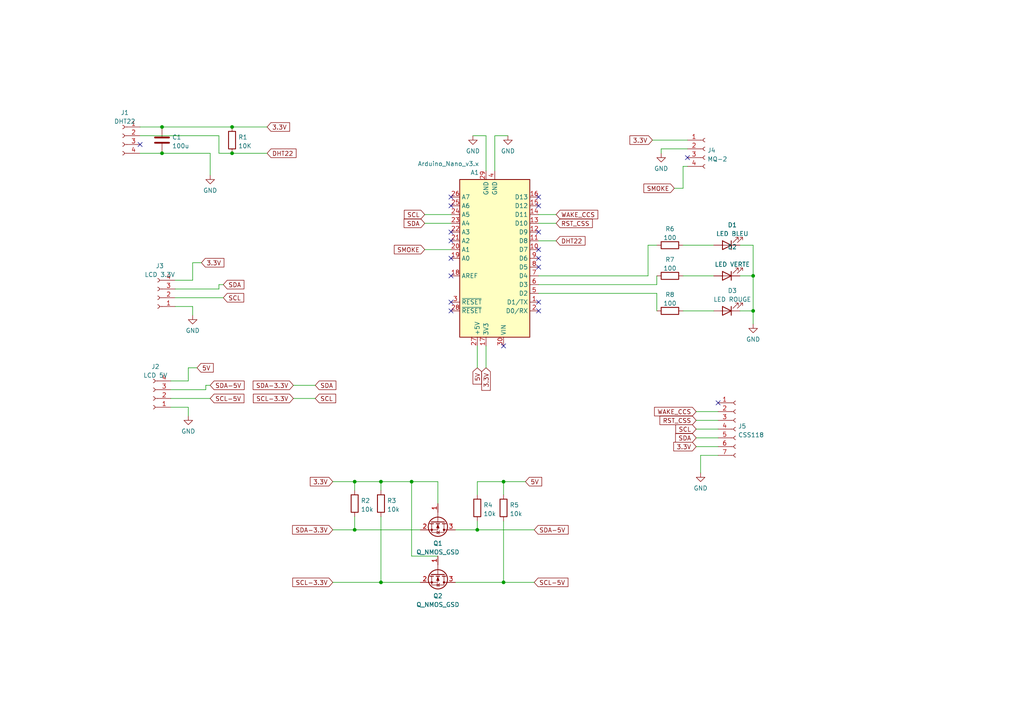
<source format=kicad_sch>
(kicad_sch (version 20211123) (generator eeschema)
  (paper "A4")
  (lib_symbols
    (symbol "Connector:Conn_01x04_Female" (pin_names (offset 1.016) hide)
      (property "Reference" "J" (at 0 5.08 0))
      (property "Value" "Conn_01x04_Female" (at 0 -7.62 0))
      (symbol "Conn_01x04_Female_1_1"
        (arc (start 0 -4.572) (mid -0.508 -5.08) (end 0 -5.588) (stroke (width 0.1524)))
        (arc (start 0 -2.032) (mid -0.508 -2.54) (end 0 -3.048) (stroke (width 0.1524)))
        (polyline (pts (xy -1.27 -5.08) (xy -0.508 -5.08)) (stroke (width 0.1524)))
        (polyline (pts (xy -1.27 -2.54) (xy -0.508 -2.54)) (stroke (width 0.1524)))
        (polyline (pts (xy -1.27 0) (xy -0.508 0)) (stroke (width 0.1524)))
        (polyline (pts (xy -1.27 2.54) (xy -0.508 2.54)) (stroke (width 0.1524)))
        (arc (start 0 0.508) (mid -0.508 0) (end 0 -0.508) (stroke (width 0.1524)))
        (arc (start 0 3.048) (mid -0.508 2.54) (end 0 2.032) (stroke (width 0.1524)))
        (pin passive line (at -5.08 2.54 0) (length 3.81) (name "Pin_1") (number "1"))
        (pin passive line (at -5.08 0 0) (length 3.81) (name "Pin_2") (number "2"))
        (pin passive line (at -5.08 -2.54 0) (length 3.81) (name "Pin_3") (number "3"))
        (pin passive line (at -5.08 -5.08 0) (length 3.81) (name "Pin_4") (number "4"))
      )
    )
    (symbol "Connector:Conn_01x07_Female" (pin_names (offset 1.016) hide)
      (property "Reference" "J" (at 0 10.16 0))
      (property "Value" "Conn_01x07_Female" (at 0 -10.16 0))
      (symbol "Conn_01x07_Female_1_1"
        (arc (start 0 -7.112) (mid -0.508 -7.62) (end 0 -8.128) (stroke (width 0.1524)))
        (arc (start 0 -4.572) (mid -0.508 -5.08) (end 0 -5.588) (stroke (width 0.1524)))
        (arc (start 0 -2.032) (mid -0.508 -2.54) (end 0 -3.048) (stroke (width 0.1524)))
        (polyline (pts (xy -1.27 -7.62) (xy -0.508 -7.62)) (stroke (width 0.1524)))
        (polyline (pts (xy -1.27 -5.08) (xy -0.508 -5.08)) (stroke (width 0.1524)))
        (polyline (pts (xy -1.27 -2.54) (xy -0.508 -2.54)) (stroke (width 0.1524)))
        (polyline (pts (xy -1.27 0) (xy -0.508 0)) (stroke (width 0.1524)))
        (polyline (pts (xy -1.27 2.54) (xy -0.508 2.54)) (stroke (width 0.1524)))
        (polyline (pts (xy -1.27 5.08) (xy -0.508 5.08)) (stroke (width 0.1524)))
        (polyline (pts (xy -1.27 7.62) (xy -0.508 7.62)) (stroke (width 0.1524)))
        (arc (start 0 0.508) (mid -0.508 0) (end 0 -0.508) (stroke (width 0.1524)))
        (arc (start 0 3.048) (mid -0.508 2.54) (end 0 2.032) (stroke (width 0.1524)))
        (arc (start 0 5.588) (mid -0.508 5.08) (end 0 4.572) (stroke (width 0.1524)))
        (arc (start 0 8.128) (mid -0.508 7.62) (end 0 7.112) (stroke (width 0.1524)))
        (pin passive line (at -5.08 7.62 0) (length 3.81) (name "Pin_1") (number "1"))
        (pin passive line (at -5.08 5.08 0) (length 3.81) (name "Pin_2") (number "2"))
        (pin passive line (at -5.08 2.54 0) (length 3.81) (name "Pin_3") (number "3"))
        (pin passive line (at -5.08 0 0) (length 3.81) (name "Pin_4") (number "4"))
        (pin passive line (at -5.08 -2.54 0) (length 3.81) (name "Pin_5") (number "5"))
        (pin passive line (at -5.08 -5.08 0) (length 3.81) (name "Pin_6") (number "6"))
        (pin passive line (at -5.08 -7.62 0) (length 3.81) (name "Pin_7") (number "7"))
      )
    )
    (symbol "Device:C" (pin_numbers hide) (pin_names (offset 0.254))
      (property "Reference" "C" (at 0.635 2.54 0))
      (property "Value" "C" (at 0.635 -2.54 0))
      (symbol "C_0_1"
        (polyline (pts (xy -2.032 -0.762) (xy 2.032 -0.762)) (stroke (width 0.508)))
        (polyline (pts (xy -2.032 0.762) (xy 2.032 0.762)) (stroke (width 0.508)))
      )
      (symbol "C_1_1"
        (pin passive line (at 0 3.81 270) (length 2.794) (name "~") (number "1"))
        (pin passive line (at 0 -3.81 90) (length 2.794) (name "~") (number "2"))
      )
    )
    (symbol "Device:LED" (pin_numbers hide) (pin_names (offset 1.016) hide)
      (property "Reference" "D" (at 0 2.54 0))
      (property "Value" "LED" (at 0 -2.54 0))
      (symbol "LED_0_1"
        (polyline (pts (xy -1.27 -1.27) (xy -1.27 1.27)) (stroke (width 0.254)))
        (polyline (pts (xy -1.27 0) (xy 1.27 0)))
        (polyline (pts (xy 1.27 -1.27) (xy 1.27 1.27) (xy -1.27 0) (xy 1.27 -1.27)) (stroke (width 0.254)))
        (polyline (pts (xy -3.048 -0.762) (xy -4.572 -2.286) (xy -3.81 -2.286) (xy -4.572 -2.286) (xy -4.572 -1.524)))
        (polyline (pts (xy -1.778 -0.762) (xy -3.302 -2.286) (xy -2.54 -2.286) (xy -3.302 -2.286) (xy -3.302 -1.524)))
      )
      (symbol "LED_1_1"
        (pin passive line (at -3.81 0 0) (length 2.54) (name "K") (number "1"))
        (pin passive line (at 3.81 0 180) (length 2.54) (name "A") (number "2"))
      )
    )
    (symbol "Device:Q_NMOS_GSD" (pin_names (offset 0) hide)
      (property "Reference" "Q" (at 5.08 1.27 0))
      (property "Value" "Q_NMOS_GSD" (at 5.08 -1.27 0))
      (symbol "Q_NMOS_GSD_0_1"
        (polyline (pts (xy 0.254 0) (xy -2.54 0)))
        (polyline (pts (xy 0.254 1.905) (xy 0.254 -1.905)) (stroke (width 0.254)))
        (polyline (pts (xy 0.762 -1.27) (xy 0.762 -2.286)) (stroke (width 0.254)))
        (polyline (pts (xy 0.762 0.508) (xy 0.762 -0.508)) (stroke (width 0.254)))
        (polyline (pts (xy 0.762 2.286) (xy 0.762 1.27)) (stroke (width 0.254)))
        (polyline (pts (xy 2.54 2.54) (xy 2.54 1.778)))
        (polyline (pts (xy 2.54 -2.54) (xy 2.54 0) (xy 0.762 0)))
        (polyline (pts (xy 0.762 -1.778) (xy 3.302 -1.778) (xy 3.302 1.778) (xy 0.762 1.778)))
        (polyline (pts (xy 1.016 0) (xy 2.032 0.381) (xy 2.032 -0.381) (xy 1.016 0)) (fill (type outline)))
        (polyline (pts (xy 2.794 0.508) (xy 2.921 0.381) (xy 3.683 0.381) (xy 3.81 0.254)))
        (polyline (pts (xy 3.302 0.381) (xy 2.921 -0.254) (xy 3.683 -0.254) (xy 3.302 0.381)))
        (circle (center 1.651 0) (radius 2.794) (stroke (width 0.254)))
        (circle (center 2.54 -1.778) (radius 0.254) (fill (type outline)))
        (circle (center 2.54 1.778) (radius 0.254) (fill (type outline)))
      )
      (symbol "Q_NMOS_GSD_1_1"
        (pin input line (at -5.08 0 0) (length 2.54) (name "G") (number "1"))
        (pin passive line (at 2.54 -5.08 90) (length 2.54) (name "S") (number "2"))
        (pin passive line (at 2.54 5.08 270) (length 2.54) (name "D") (number "3"))
      )
    )
    (symbol "Device:R" (pin_numbers hide) (pin_names (offset 0))
      (property "Reference" "R" (at 2.032 0 90))
      (property "Value" "R" (at 0 0 90))
      (symbol "R_0_1"
        (rectangle (start -1.016 -2.54) (end 1.016 2.54) (stroke (width 0.254)))
      )
      (symbol "R_1_1"
        (pin passive line (at 0 3.81 270) (length 1.27) (name "~") (number "1"))
        (pin passive line (at 0 -3.81 90) (length 1.27) (name "~") (number "2"))
      )
    )
    (symbol "MCU_Module:Arduino_Nano_v3.x"
      (property "Reference" "A" (at -10.16 23.495 0))
      (property "Value" "Arduino_Nano_v3.x" (at 5.08 -24.13 0))
      (symbol "Arduino_Nano_v3.x_0_1"
        (rectangle (start -10.16 22.86) (end 10.16 -22.86) (stroke (width 0.254)) (fill (type background)))
      )
      (symbol "Arduino_Nano_v3.x_1_1"
        (pin bidirectional line (at -12.7 12.7 0) (length 2.54) (name "D1/TX") (number "1"))
        (pin bidirectional line (at -12.7 -2.54 0) (length 2.54) (name "D7") (number "10"))
        (pin bidirectional line (at -12.7 -5.08 0) (length 2.54) (name "D8") (number "11"))
        (pin bidirectional line (at -12.7 -7.62 0) (length 2.54) (name "D9") (number "12"))
        (pin bidirectional line (at -12.7 -10.16 0) (length 2.54) (name "D10") (number "13"))
        (pin bidirectional line (at -12.7 -12.7 0) (length 2.54) (name "D11") (number "14"))
        (pin bidirectional line (at -12.7 -15.24 0) (length 2.54) (name "D12") (number "15"))
        (pin bidirectional line (at -12.7 -17.78 0) (length 2.54) (name "D13") (number "16"))
        (pin power_out line (at 2.54 25.4 270) (length 2.54) (name "3V3") (number "17"))
        (pin input line (at 12.7 5.08 180) (length 2.54) (name "AREF") (number "18"))
        (pin bidirectional line (at 12.7 0 180) (length 2.54) (name "A0") (number "19"))
        (pin bidirectional line (at -12.7 15.24 0) (length 2.54) (name "D0/RX") (number "2"))
        (pin bidirectional line (at 12.7 -2.54 180) (length 2.54) (name "A1") (number "20"))
        (pin bidirectional line (at 12.7 -5.08 180) (length 2.54) (name "A2") (number "21"))
        (pin bidirectional line (at 12.7 -7.62 180) (length 2.54) (name "A3") (number "22"))
        (pin bidirectional line (at 12.7 -10.16 180) (length 2.54) (name "A4") (number "23"))
        (pin bidirectional line (at 12.7 -12.7 180) (length 2.54) (name "A5") (number "24"))
        (pin bidirectional line (at 12.7 -15.24 180) (length 2.54) (name "A6") (number "25"))
        (pin bidirectional line (at 12.7 -17.78 180) (length 2.54) (name "A7") (number "26"))
        (pin power_out line (at 5.08 25.4 270) (length 2.54) (name "+5V") (number "27"))
        (pin input line (at 12.7 15.24 180) (length 2.54) (name "~{RESET}") (number "28"))
        (pin power_in line (at 2.54 -25.4 90) (length 2.54) (name "GND") (number "29"))
        (pin input line (at 12.7 12.7 180) (length 2.54) (name "~{RESET}") (number "3"))
        (pin power_in line (at -2.54 25.4 270) (length 2.54) (name "VIN") (number "30"))
        (pin power_in line (at 0 -25.4 90) (length 2.54) (name "GND") (number "4"))
        (pin bidirectional line (at -12.7 10.16 0) (length 2.54) (name "D2") (number "5"))
        (pin bidirectional line (at -12.7 7.62 0) (length 2.54) (name "D3") (number "6"))
        (pin bidirectional line (at -12.7 5.08 0) (length 2.54) (name "D4") (number "7"))
        (pin bidirectional line (at -12.7 2.54 0) (length 2.54) (name "D5") (number "8"))
        (pin bidirectional line (at -12.7 0 0) (length 2.54) (name "D6") (number "9"))
      )
    )
    (symbol "power:GND" (power) (pin_names (offset 0))
      (property "Value" "GND" (at 0 -3.81 0))
      (symbol "GND_0_1"
        (polyline (pts (xy 0 0) (xy 0 -1.27) (xy 1.27 -1.27) (xy 0 -2.54) (xy -1.27 -1.27) (xy 0 -1.27)))
      )
      (symbol "GND_1_1"
        (pin power_in line (at 0 0 270) (length 0) hide (name "GND") (number "1"))
      )
    )
  )
  (junction (at 110.49 168.91))
  (junction (at 110.49 139.7))
  (junction (at 102.87 153.67))
  (junction (at 102.87 139.7))
  (junction (at 46.99 36.83))
  (junction (at 46.99 44.45))
  (junction (at 218.44 90.17))
  (junction (at 67.31 44.45))
  (junction (at 67.31 36.83))
  (junction (at 146.05 139.7))
  (junction (at 146.05 168.91))
  (junction (at 119.38 139.7))
  (junction (at 138.43 153.67))
  (junction (at 218.44 80.01))
  (no_connect (at 40.64 41.91))
  (no_connect (at 199.39 45.72))
  (no_connect (at 208.28 116.84))
  (no_connect (at 130.81 87.63))
  (no_connect (at 130.81 80.01))
  (no_connect (at 130.81 90.17))
  (no_connect (at 156.21 90.17))
  (no_connect (at 156.21 87.63))
  (no_connect (at 130.81 59.69))
  (no_connect (at 130.81 57.15))
  (no_connect (at 130.81 67.31))
  (no_connect (at 130.81 69.85))
  (no_connect (at 130.81 74.93))
  (no_connect (at 156.21 72.39))
  (no_connect (at 156.21 77.47))
  (no_connect (at 156.21 74.93))
  (no_connect (at 156.21 57.15))
  (no_connect (at 156.21 59.69))
  (no_connect (at 156.21 67.31))
  (no_connect (at 146.05 100.33))
  (wire (pts (xy 67.31 44.45) (xy 77.47 44.45)))
  (wire (pts (xy 46.99 36.83) (xy 67.31 36.83)))
  (wire (pts (xy 132.08 168.91) (xy 146.05 168.91)))
  (wire (pts (xy 214.63 90.17) (xy 218.44 90.17)))
  (wire (pts (xy 123.19 62.23) (xy 130.81 62.23)))
  (wire (pts (xy 190.5 82.55) (xy 190.5 80.01)))
  (wire (pts (xy 146.05 151.13) (xy 146.05 168.91)))
  (wire (pts (xy 63.5 82.55) (xy 63.5 83.82)))
  (wire (pts (xy 85.09 115.57) (xy 91.44 115.57)))
  (wire (pts (xy 96.52 153.67) (xy 102.87 153.67)))
  (wire (pts (xy 102.87 153.67) (xy 121.92 153.67)))
  (wire (pts (xy 63.5 83.82) (xy 50.8 83.82)))
  (wire (pts (xy 49.53 110.49) (xy 54.61 110.49)))
  (wire (pts (xy 59.69 113.03) (xy 59.69 111.76)))
  (wire (pts (xy 40.64 44.45) (xy 46.99 44.45)))
  (wire (pts (xy 127 161.29) (xy 119.38 161.29)))
  (wire (pts (xy 138.43 143.51) (xy 138.43 139.7)))
  (wire (pts (xy 63.5 39.37) (xy 63.5 44.45)))
  (wire (pts (xy 119.38 161.29) (xy 119.38 139.7)))
  (wire (pts (xy 123.19 72.39) (xy 130.81 72.39)))
  (wire (pts (xy 146.05 139.7) (xy 152.4 139.7)))
  (wire (pts (xy 59.69 111.76) (xy 60.96 111.76)))
  (wire (pts (xy 201.93 129.54) (xy 208.28 129.54)))
  (wire (pts (xy 198.12 54.61) (xy 195.58 54.61)))
  (wire (pts (xy 85.09 111.76) (xy 91.44 111.76)))
  (wire (pts (xy 198.12 90.17) (xy 207.01 90.17)))
  (wire (pts (xy 156.21 82.55) (xy 190.5 82.55)))
  (wire (pts (xy 102.87 139.7) (xy 102.87 142.24)))
  (wire (pts (xy 123.19 64.77) (xy 130.81 64.77)))
  (wire (pts (xy 127 139.7) (xy 119.38 139.7)))
  (wire (pts (xy 143.51 49.53) (xy 143.51 39.37)))
  (wire (pts (xy 191.77 43.18) (xy 191.77 44.45)))
  (wire (pts (xy 54.61 120.65) (xy 54.61 118.11)))
  (wire (pts (xy 50.8 86.36) (xy 64.77 86.36)))
  (wire (pts (xy 161.29 69.85) (xy 156.21 69.85)))
  (wire (pts (xy 187.96 80.01) (xy 187.96 71.12)))
  (wire (pts (xy 189.23 40.64) (xy 199.39 40.64)))
  (wire (pts (xy 50.8 81.28) (xy 55.88 81.28)))
  (wire (pts (xy 138.43 106.68) (xy 138.43 100.33)))
  (wire (pts (xy 201.93 127) (xy 208.28 127)))
  (wire (pts (xy 208.28 132.08) (xy 203.2 132.08)))
  (wire (pts (xy 127 146.05) (xy 127 139.7)))
  (wire (pts (xy 54.61 110.49) (xy 54.61 106.68)))
  (wire (pts (xy 156.21 62.23) (xy 161.29 62.23)))
  (wire (pts (xy 64.77 82.55) (xy 63.5 82.55)))
  (wire (pts (xy 214.63 80.01) (xy 218.44 80.01)))
  (wire (pts (xy 110.49 168.91) (xy 121.92 168.91)))
  (wire (pts (xy 102.87 149.86) (xy 102.87 153.67)))
  (wire (pts (xy 218.44 80.01) (xy 218.44 90.17)))
  (wire (pts (xy 54.61 118.11) (xy 49.53 118.11)))
  (wire (pts (xy 201.93 119.38) (xy 208.28 119.38)))
  (wire (pts (xy 138.43 151.13) (xy 138.43 153.67)))
  (wire (pts (xy 55.88 88.9) (xy 55.88 91.44)))
  (wire (pts (xy 119.38 139.7) (xy 110.49 139.7)))
  (wire (pts (xy 63.5 44.45) (xy 67.31 44.45)))
  (wire (pts (xy 49.53 115.57) (xy 60.96 115.57)))
  (wire (pts (xy 40.64 39.37) (xy 63.5 39.37)))
  (wire (pts (xy 156.21 80.01) (xy 187.96 80.01)))
  (wire (pts (xy 156.21 85.09) (xy 190.5 85.09)))
  (wire (pts (xy 156.21 64.77) (xy 161.29 64.77)))
  (wire (pts (xy 50.8 88.9) (xy 55.88 88.9)))
  (wire (pts (xy 218.44 90.17) (xy 218.44 93.98)))
  (wire (pts (xy 191.77 43.18) (xy 199.39 43.18)))
  (wire (pts (xy 198.12 80.01) (xy 207.01 80.01)))
  (wire (pts (xy 190.5 85.09) (xy 190.5 90.17)))
  (wire (pts (xy 203.2 132.08) (xy 203.2 137.16)))
  (wire (pts (xy 214.63 71.12) (xy 218.44 71.12)))
  (wire (pts (xy 55.88 76.2) (xy 55.88 81.28)))
  (wire (pts (xy 132.08 153.67) (xy 138.43 153.67)))
  (wire (pts (xy 54.61 106.68) (xy 57.15 106.68)))
  (wire (pts (xy 67.31 36.83) (xy 77.47 36.83)))
  (wire (pts (xy 140.97 49.53) (xy 140.97 39.37)))
  (wire (pts (xy 58.42 76.2) (xy 55.88 76.2)))
  (wire (pts (xy 198.12 48.26) (xy 198.12 54.61)))
  (wire (pts (xy 96.52 168.91) (xy 110.49 168.91)))
  (wire (pts (xy 138.43 139.7) (xy 146.05 139.7)))
  (wire (pts (xy 143.51 39.37) (xy 147.32 39.37)))
  (wire (pts (xy 140.97 106.68) (xy 140.97 100.33)))
  (wire (pts (xy 49.53 113.03) (xy 59.69 113.03)))
  (wire (pts (xy 110.49 139.7) (xy 110.49 142.24)))
  (wire (pts (xy 199.39 48.26) (xy 198.12 48.26)))
  (wire (pts (xy 102.87 139.7) (xy 96.52 139.7)))
  (wire (pts (xy 40.64 36.83) (xy 46.99 36.83)))
  (wire (pts (xy 110.49 139.7) (xy 102.87 139.7)))
  (wire (pts (xy 201.93 121.92) (xy 208.28 121.92)))
  (wire (pts (xy 110.49 149.86) (xy 110.49 168.91)))
  (wire (pts (xy 146.05 168.91) (xy 154.94 168.91)))
  (wire (pts (xy 146.05 143.51) (xy 146.05 139.7)))
  (wire (pts (xy 218.44 71.12) (xy 218.44 80.01)))
  (wire (pts (xy 138.43 153.67) (xy 154.94 153.67)))
  (wire (pts (xy 187.96 71.12) (xy 190.5 71.12)))
  (wire (pts (xy 201.93 124.46) (xy 208.28 124.46)))
  (wire (pts (xy 46.99 44.45) (xy 60.96 44.45)))
  (wire (pts (xy 198.12 71.12) (xy 207.01 71.12)))
  (wire (pts (xy 140.97 39.37) (xy 137.16 39.37)))
  (wire (pts (xy 60.96 44.45) (xy 60.96 50.8)))
  (global_label "SCL" (shape input) (at 91.44 115.57 0) (property "Intersheet References" "${INTERSHEET_REFS}" (effects hide)))
  (global_label "3.3V" (shape input) (at 77.47 36.83 0) (property "Intersheet References" "${INTERSHEET_REFS}" (effects hide)))
  (global_label "SDA-3.3V" (shape input) (at 85.09 111.76 180) (property "Intersheet References" "${INTERSHEET_REFS}" (effects hide)))
  (global_label "SCL" (shape input) (at 64.77 86.36 0) (property "Intersheet References" "${INTERSHEET_REFS}" (effects hide)))
  (global_label "5V" (shape input) (at 138.43 106.68 270) (property "Intersheet References" "${INTERSHEET_REFS}" (effects hide)))
  (global_label "SCL" (shape input) (at 201.93 124.46 180) (property "Intersheet References" "${INTERSHEET_REFS}" (effects hide)))
  (global_label "SDA" (shape input) (at 91.44 111.76 0) (property "Intersheet References" "${INTERSHEET_REFS}" (effects hide)))
  (global_label "3.3V" (shape input) (at 201.93 129.54 180) (property "Intersheet References" "${INTERSHEET_REFS}" (effects hide)))
  (global_label "SMOKE" (shape input) (at 123.19 72.39 180) (property "Intersheet References" "${INTERSHEET_REFS}" (effects hide)))
  (global_label "SDA-5V" (shape input) (at 60.96 111.76 0) (property "Intersheet References" "${INTERSHEET_REFS}" (effects hide)))
  (global_label "WAKE_CCS" (shape input) (at 161.29 62.23 0) (property "Intersheet References" "${INTERSHEET_REFS}" (effects hide)))
  (global_label "5V" (shape input) (at 57.15 106.68 0) (property "Intersheet References" "${INTERSHEET_REFS}" (effects hide)))
  (global_label "3.3V" (shape input) (at 96.52 139.7 180) (property "Intersheet References" "${INTERSHEET_REFS}" (effects hide)))
  (global_label "DHT22" (shape input) (at 161.29 69.85 0) (property "Intersheet References" "${INTERSHEET_REFS}" (effects hide)))
  (global_label "SCL-3.3V" (shape input) (at 85.09 115.57 180) (property "Intersheet References" "${INTERSHEET_REFS}" (effects hide)))
  (global_label "5V" (shape input) (at 152.4 139.7 0) (property "Intersheet References" "${INTERSHEET_REFS}" (effects hide)))
  (global_label "SCL" (shape input) (at 123.19 62.23 180) (property "Intersheet References" "${INTERSHEET_REFS}" (effects hide)))
  (global_label "3.3V" (shape input) (at 140.97 106.68 270) (property "Intersheet References" "${INTERSHEET_REFS}" (effects hide)))
  (global_label "DHT22" (shape input) (at 77.47 44.45 0) (property "Intersheet References" "${INTERSHEET_REFS}" (effects hide)))
  (global_label "RST_CSS" (shape input) (at 161.29 64.77 0) (property "Intersheet References" "${INTERSHEET_REFS}" (effects hide)))
  (global_label "SDA" (shape input) (at 64.77 82.55 0) (property "Intersheet References" "${INTERSHEET_REFS}" (effects hide)))
  (global_label "WAKE_CCS" (shape input) (at 201.93 119.38 180) (property "Intersheet References" "${INTERSHEET_REFS}" (effects hide)))
  (global_label "SCL-5V" (shape input) (at 60.96 115.57 0) (property "Intersheet References" "${INTERSHEET_REFS}" (effects hide)))
  (global_label "RST_CSS" (shape input) (at 201.93 121.92 180) (property "Intersheet References" "${INTERSHEET_REFS}" (effects hide)))
  (global_label "SMOKE" (shape input) (at 195.58 54.61 180) (property "Intersheet References" "${INTERSHEET_REFS}" (effects hide)))
  (global_label "3.3V" (shape input) (at 189.23 40.64 180) (property "Intersheet References" "${INTERSHEET_REFS}" (effects hide)))
  (global_label "SCL-5V" (shape input) (at 154.94 168.91 0) (property "Intersheet References" "${INTERSHEET_REFS}" (effects hide)))
  (global_label "SCL-3.3V" (shape input) (at 96.52 168.91 180) (property "Intersheet References" "${INTERSHEET_REFS}" (effects hide)))
  (global_label "3.3V" (shape input) (at 58.42 76.2 0) (property "Intersheet References" "${INTERSHEET_REFS}" (effects hide)))
  (global_label "SDA-3.3V" (shape input) (at 96.52 153.67 180) (property "Intersheet References" "${INTERSHEET_REFS}" (effects hide)))
  (global_label "SDA" (shape input) (at 123.19 64.77 180) (property "Intersheet References" "${INTERSHEET_REFS}" (effects hide)))
  (global_label "SDA" (shape input) (at 201.93 127 180) (property "Intersheet References" "${INTERSHEET_REFS}" (effects hide)))
  (global_label "SDA-5V" (shape input) (at 154.94 153.67 0) (property "Intersheet References" "${INTERSHEET_REFS}" (effects hide)))
  (symbol (lib_id "Connector:Conn_01x04_Female") (at 44.45 115.57 180) (unit 1)
    (property "Reference" "J2" (at 45.085 106.333 0))
    (property "Value" "LCD 5V" (at 45.085 108.8699 0))
    (property "Footprint" "Connector_PinSocket_2.54mm:PinSocket_1x04_P2.54mm_Vertical" (effects hide))
  )
  (symbol (lib_id "Connector:Conn_01x04_Female") (at 45.72 86.36 180) (unit 1)
    (property "Reference" "J3" (at 46.355 77.123 0))
    (property "Value" "LCD 3.3V" (at 46.355 79.6599 0))
    (property "Footprint" "Connector_PinSocket_2.54mm:PinSocket_1x04_P2.54mm_Vertical" (effects hide))
  )
  (symbol (lib_id "Device:R") (at 194.31 80.01 270) (unit 1)
    (property "Reference" "R7" (at 194.31 75.2942 90))
    (property "Value" "100" (at 194.31 77.8311 90))
    (property "Footprint" "Resistor_SMD:R_0805_2012Metric_Pad1.20x1.40mm_HandSolder" (effects hide))
  )
  (symbol (lib_id "power:GND") (at 203.2 137.16 0) (unit 1)
    (property "Reference" "#PWR0105" (effects hide))
    (property "Value" "GND" (at 203.2 141.6034 0))
  )
  (symbol (lib_id "power:GND") (at 60.96 50.8 0) (unit 1)
    (property "Reference" "#PWR0106" (effects hide))
    (property "Value" "GND" (at 60.96 55.2434 0))
  )
  (symbol (lib_id "Device:LED") (at 210.82 80.01 180) (unit 1)
    (property "Reference" "D2" (at 212.4075 71.6112 0))
    (property "Value" "LED VERTE" (at 212.4075 76.6881 0))
    (property "Footprint" "LED_THT:LED_D5.0mm" (effects hide))
  )
  (symbol (lib_id "Device:R") (at 138.43 147.32 0) (unit 1)
    (property "Reference" "R4" (at 140.208 146.4853 0) (effects (justify left)))
    (property "Value" "10k" (at 140.208 149.0222 0) (effects (justify left)))
    (property "Footprint" "Resistor_SMD:R_0805_2012Metric_Pad1.20x1.40mm_HandSolder" (effects hide))
  )
  (symbol (lib_id "Connector:Conn_01x04_Female") (at 35.56 39.37 0) (mirror y) (unit 1)
    (property "Reference" "J1" (at 36.195 32.673 0))
    (property "Value" "DHT22" (at 36.195 35.2099 0))
    (property "Footprint" "Connector_PinSocket_2.54mm:PinSocket_1x04_P2.54mm_Vertical" (effects hide))
  )
  (symbol (lib_id "power:GND") (at 218.44 93.98 0) (unit 1)
    (property "Reference" "#PWR0104" (effects hide))
    (property "Value" "GND" (at 218.44 98.4234 0))
  )
  (symbol (lib_id "power:GND") (at 137.16 39.37 0) (unit 1)
    (property "Reference" "#PWR0102" (effects hide))
    (property "Value" "GND" (at 137.16 43.8134 0))
  )
  (symbol (lib_id "Connector:Conn_01x04_Female") (at 204.47 43.18 0) (unit 1)
    (property "Reference" "J4" (at 205.1812 43.6153 0) (effects (justify left)))
    (property "Value" "MQ-2" (at 205.1812 46.1522 0) (effects (justify left)))
    (property "Footprint" "Connector_PinSocket_2.54mm:PinSocket_1x04_P2.54mm_Vertical" (effects hide))
  )
  (symbol (lib_id "Connector:Conn_01x07_Female") (at 213.36 124.46 0) (unit 1)
    (property "Reference" "J5" (at 214.0712 123.6253 0) (effects (justify left)))
    (property "Value" "CSS118" (at 214.0712 126.1622 0) (effects (justify left)))
    (property "Footprint" "Connector_PinSocket_2.54mm:PinSocket_1x07_P2.54mm_Vertical" (effects hide))
  )
  (symbol (lib_id "Device:LED") (at 210.82 90.17 180) (unit 1)
    (property "Reference" "D3" (at 212.4075 84.3112 0))
    (property "Value" "LED ROUGE" (at 212.4075 86.8481 0))
    (property "Footprint" "LED_THT:LED_D5.0mm" (effects hide))
  )
  (symbol (lib_id "Device:Q_NMOS_GSD") (at 127 166.37 270) (unit 1)
    (property "Reference" "Q2" (at 127 172.8454 90))
    (property "Value" "Q_NMOS_GSD" (at 127 175.3823 90))
    (property "Footprint" "Package_TO_SOT_SMD:SOT-23" (effects hide))
  )
  (symbol (lib_id "Device:Q_NMOS_GSD") (at 127 151.13 270) (unit 1)
    (property "Reference" "Q1" (at 127 157.6054 90))
    (property "Value" "Q_NMOS_GSD" (at 127 160.1423 90))
    (property "Footprint" "Package_TO_SOT_SMD:SOT-23" (effects hide))
  )
  (symbol (lib_id "power:GND") (at 147.32 39.37 0) (unit 1)
    (property "Reference" "#PWR0103" (effects hide))
    (property "Value" "GND" (at 147.32 43.8134 0))
  )
  (symbol (lib_id "Device:R") (at 102.87 146.05 0) (unit 1)
    (property "Reference" "R2" (at 104.648 145.2153 0) (effects (justify left)))
    (property "Value" "10k" (at 104.648 147.7522 0) (effects (justify left)))
    (property "Footprint" "Resistor_SMD:R_0805_2012Metric_Pad1.20x1.40mm_HandSolder" (effects hide))
  )
  (symbol (lib_id "Device:R") (at 67.31 40.64 0) (unit 1)
    (property "Reference" "R1" (at 69.088 39.8053 0) (effects (justify left)))
    (property "Value" "10K" (at 69.088 42.3422 0) (effects (justify left)))
    (property "Footprint" "Resistor_THT:R_Axial_DIN0207_L6.3mm_D2.5mm_P5.08mm_Vertical" (effects hide))
  )
  (symbol (lib_id "Device:R") (at 194.31 71.12 270) (unit 1)
    (property "Reference" "R6" (at 194.31 66.4042 90))
    (property "Value" "100" (at 194.31 68.9411 90))
    (property "Footprint" "Resistor_SMD:R_0805_2012Metric_Pad1.20x1.40mm_HandSolder" (effects hide))
  )
  (symbol (lib_id "Device:LED") (at 210.82 71.12 180) (unit 1)
    (property "Reference" "D1" (at 212.4075 65.2612 0))
    (property "Value" "LED BLEU" (at 212.4075 67.7981 0))
    (property "Footprint" "LED_THT:LED_D5.0mm" (effects hide))
  )
  (symbol (lib_id "Device:R") (at 110.49 146.05 0) (unit 1)
    (property "Reference" "R3" (at 112.268 145.2153 0) (effects (justify left)))
    (property "Value" "10k" (at 112.268 147.7522 0) (effects (justify left)))
    (property "Footprint" "Resistor_SMD:R_0805_2012Metric_Pad1.20x1.40mm_HandSolder" (effects hide))
  )
  (symbol (lib_id "power:GND") (at 54.61 120.65 0) (unit 1)
    (property "Reference" "#PWR0108" (effects hide))
    (property "Value" "GND" (at 54.61 125.0934 0))
  )
  (symbol (lib_id "power:GND") (at 55.88 91.44 0) (unit 1)
    (property "Reference" "#PWR0107" (effects hide))
    (property "Value" "GND" (at 55.88 95.8834 0))
  )
  (symbol (lib_id "MCU_Module:Arduino_Nano_v3.x") (at 143.51 74.93 180) (unit 1)
    (property "Reference" "A1" (at 138.9506 50.0396 0) (effects (justify left)))
    (property "Value" "Arduino_Nano_v3.x" (at 138.9506 47.5027 0) (effects (justify left)))
    (property "Footprint" "Module:Arduino_Nano" (effects hide))
    (property "Datasheet" "http://www.mouser.com/pdfdocs/Gravitech_Arduino_Nano3_0.pdf" (effects hide))
  )
  (symbol (lib_id "Device:R") (at 194.31 90.17 270) (unit 1)
    (property "Reference" "R8" (at 194.31 85.4542 90))
    (property "Value" "100" (at 194.31 87.9911 90))
    (property "Footprint" "Resistor_SMD:R_0805_2012Metric_Pad1.20x1.40mm_HandSolder" (effects hide))
  )
  (symbol (lib_id "Device:R") (at 146.05 147.32 0) (unit 1)
    (property "Reference" "R5" (at 147.828 146.4853 0) (effects (justify left)))
    (property "Value" "10k" (at 147.828 149.0222 0) (effects (justify left)))
    (property "Footprint" "Resistor_SMD:R_0805_2012Metric_Pad1.20x1.40mm_HandSolder" (effects hide))
  )
  (symbol (lib_id "Device:C") (at 46.99 40.64 0) (unit 1)
    (property "Reference" "C1" (at 49.911 39.8053 0) (effects (justify left)))
    (property "Value" "100u" (at 49.911 42.3422 0) (effects (justify left)))
    (property "Footprint" "Capacitor_THT:C_Disc_D4.7mm_W2.5mm_P5.00mm" (effects hide))
  )
  (symbol (lib_id "power:GND") (at 191.77 44.45 0) (unit 1)
    (property "Reference" "#PWR0101" (effects hide))
    (property "Value" "GND" (at 191.77 48.8934 0))
  )
)
</source>
